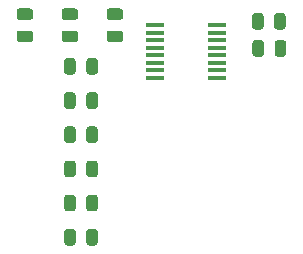
<source format=gbr>
%TF.GenerationSoftware,KiCad,Pcbnew,(5.1.6)-1*%
%TF.CreationDate,2020-07-16T10:06:32+01:00*%
%TF.ProjectId,Jag_Speedy_VRConditioner,4a61675f-5370-4656-9564-795f5652436f,rev?*%
%TF.SameCoordinates,Original*%
%TF.FileFunction,Paste,Top*%
%TF.FilePolarity,Positive*%
%FSLAX46Y46*%
G04 Gerber Fmt 4.6, Leading zero omitted, Abs format (unit mm)*
G04 Created by KiCad (PCBNEW (5.1.6)-1) date 2020-07-16 10:06:32*
%MOMM*%
%LPD*%
G01*
G04 APERTURE LIST*
%ADD10R,1.600000X0.410000*%
G04 APERTURE END LIST*
D10*
%TO.C,IC1*%
X145594700Y-84772500D03*
X145594700Y-84137500D03*
X145594700Y-83502500D03*
X145594700Y-82867500D03*
X145594700Y-82232500D03*
X145594700Y-81597500D03*
X145594700Y-80962500D03*
X145594700Y-80327500D03*
X150903300Y-80327500D03*
X150903300Y-80962500D03*
X150903300Y-81597500D03*
X150903300Y-82232500D03*
X150903300Y-82867500D03*
X150903300Y-83502500D03*
X150903300Y-84137500D03*
X150903300Y-84772500D03*
%TD*%
%TO.C,C1*%
G36*
G01*
X138886250Y-79892500D02*
X137973750Y-79892500D01*
G75*
G02*
X137730000Y-79648750I0J243750D01*
G01*
X137730000Y-79161250D01*
G75*
G02*
X137973750Y-78917500I243750J0D01*
G01*
X138886250Y-78917500D01*
G75*
G02*
X139130000Y-79161250I0J-243750D01*
G01*
X139130000Y-79648750D01*
G75*
G02*
X138886250Y-79892500I-243750J0D01*
G01*
G37*
G36*
G01*
X138886250Y-81767500D02*
X137973750Y-81767500D01*
G75*
G02*
X137730000Y-81523750I0J243750D01*
G01*
X137730000Y-81036250D01*
G75*
G02*
X137973750Y-80792500I243750J0D01*
G01*
X138886250Y-80792500D01*
G75*
G02*
X139130000Y-81036250I0J-243750D01*
G01*
X139130000Y-81523750D01*
G75*
G02*
X138886250Y-81767500I-243750J0D01*
G01*
G37*
%TD*%
%TO.C,R6*%
G36*
G01*
X138917500Y-92045750D02*
X138917500Y-92958250D01*
G75*
G02*
X138673750Y-93202000I-243750J0D01*
G01*
X138186250Y-93202000D01*
G75*
G02*
X137942500Y-92958250I0J243750D01*
G01*
X137942500Y-92045750D01*
G75*
G02*
X138186250Y-91802000I243750J0D01*
G01*
X138673750Y-91802000D01*
G75*
G02*
X138917500Y-92045750I0J-243750D01*
G01*
G37*
G36*
G01*
X140792500Y-92045750D02*
X140792500Y-92958250D01*
G75*
G02*
X140548750Y-93202000I-243750J0D01*
G01*
X140061250Y-93202000D01*
G75*
G02*
X139817500Y-92958250I0J243750D01*
G01*
X139817500Y-92045750D01*
G75*
G02*
X140061250Y-91802000I243750J0D01*
G01*
X140548750Y-91802000D01*
G75*
G02*
X140792500Y-92045750I0J-243750D01*
G01*
G37*
%TD*%
%TO.C,R2*%
G36*
G01*
X155722500Y-80466250D02*
X155722500Y-79553750D01*
G75*
G02*
X155966250Y-79310000I243750J0D01*
G01*
X156453750Y-79310000D01*
G75*
G02*
X156697500Y-79553750I0J-243750D01*
G01*
X156697500Y-80466250D01*
G75*
G02*
X156453750Y-80710000I-243750J0D01*
G01*
X155966250Y-80710000D01*
G75*
G02*
X155722500Y-80466250I0J243750D01*
G01*
G37*
G36*
G01*
X153847500Y-80466250D02*
X153847500Y-79553750D01*
G75*
G02*
X154091250Y-79310000I243750J0D01*
G01*
X154578750Y-79310000D01*
G75*
G02*
X154822500Y-79553750I0J-243750D01*
G01*
X154822500Y-80466250D01*
G75*
G02*
X154578750Y-80710000I-243750J0D01*
G01*
X154091250Y-80710000D01*
G75*
G02*
X153847500Y-80466250I0J243750D01*
G01*
G37*
%TD*%
%TO.C,C5*%
G36*
G01*
X138917500Y-83363750D02*
X138917500Y-84276250D01*
G75*
G02*
X138673750Y-84520000I-243750J0D01*
G01*
X138186250Y-84520000D01*
G75*
G02*
X137942500Y-84276250I0J243750D01*
G01*
X137942500Y-83363750D01*
G75*
G02*
X138186250Y-83120000I243750J0D01*
G01*
X138673750Y-83120000D01*
G75*
G02*
X138917500Y-83363750I0J-243750D01*
G01*
G37*
G36*
G01*
X140792500Y-83363750D02*
X140792500Y-84276250D01*
G75*
G02*
X140548750Y-84520000I-243750J0D01*
G01*
X140061250Y-84520000D01*
G75*
G02*
X139817500Y-84276250I0J243750D01*
G01*
X139817500Y-83363750D01*
G75*
G02*
X140061250Y-83120000I243750J0D01*
G01*
X140548750Y-83120000D01*
G75*
G02*
X140792500Y-83363750I0J-243750D01*
G01*
G37*
%TD*%
%TO.C,C2*%
G36*
G01*
X142696250Y-79892500D02*
X141783750Y-79892500D01*
G75*
G02*
X141540000Y-79648750I0J243750D01*
G01*
X141540000Y-79161250D01*
G75*
G02*
X141783750Y-78917500I243750J0D01*
G01*
X142696250Y-78917500D01*
G75*
G02*
X142940000Y-79161250I0J-243750D01*
G01*
X142940000Y-79648750D01*
G75*
G02*
X142696250Y-79892500I-243750J0D01*
G01*
G37*
G36*
G01*
X142696250Y-81767500D02*
X141783750Y-81767500D01*
G75*
G02*
X141540000Y-81523750I0J243750D01*
G01*
X141540000Y-81036250D01*
G75*
G02*
X141783750Y-80792500I243750J0D01*
G01*
X142696250Y-80792500D01*
G75*
G02*
X142940000Y-81036250I0J-243750D01*
G01*
X142940000Y-81523750D01*
G75*
G02*
X142696250Y-81767500I-243750J0D01*
G01*
G37*
%TD*%
%TO.C,R5*%
G36*
G01*
X138917500Y-86257750D02*
X138917500Y-87170250D01*
G75*
G02*
X138673750Y-87414000I-243750J0D01*
G01*
X138186250Y-87414000D01*
G75*
G02*
X137942500Y-87170250I0J243750D01*
G01*
X137942500Y-86257750D01*
G75*
G02*
X138186250Y-86014000I243750J0D01*
G01*
X138673750Y-86014000D01*
G75*
G02*
X138917500Y-86257750I0J-243750D01*
G01*
G37*
G36*
G01*
X140792500Y-86257750D02*
X140792500Y-87170250D01*
G75*
G02*
X140548750Y-87414000I-243750J0D01*
G01*
X140061250Y-87414000D01*
G75*
G02*
X139817500Y-87170250I0J243750D01*
G01*
X139817500Y-86257750D01*
G75*
G02*
X140061250Y-86014000I243750J0D01*
G01*
X140548750Y-86014000D01*
G75*
G02*
X140792500Y-86257750I0J-243750D01*
G01*
G37*
%TD*%
%TO.C,R4*%
G36*
G01*
X137942500Y-98746250D02*
X137942500Y-97833750D01*
G75*
G02*
X138186250Y-97590000I243750J0D01*
G01*
X138673750Y-97590000D01*
G75*
G02*
X138917500Y-97833750I0J-243750D01*
G01*
X138917500Y-98746250D01*
G75*
G02*
X138673750Y-98990000I-243750J0D01*
G01*
X138186250Y-98990000D01*
G75*
G02*
X137942500Y-98746250I0J243750D01*
G01*
G37*
G36*
G01*
X139817500Y-98746250D02*
X139817500Y-97833750D01*
G75*
G02*
X140061250Y-97590000I243750J0D01*
G01*
X140548750Y-97590000D01*
G75*
G02*
X140792500Y-97833750I0J-243750D01*
G01*
X140792500Y-98746250D01*
G75*
G02*
X140548750Y-98990000I-243750J0D01*
G01*
X140061250Y-98990000D01*
G75*
G02*
X139817500Y-98746250I0J243750D01*
G01*
G37*
%TD*%
%TO.C,R3*%
G36*
G01*
X138917500Y-94939750D02*
X138917500Y-95852250D01*
G75*
G02*
X138673750Y-96096000I-243750J0D01*
G01*
X138186250Y-96096000D01*
G75*
G02*
X137942500Y-95852250I0J243750D01*
G01*
X137942500Y-94939750D01*
G75*
G02*
X138186250Y-94696000I243750J0D01*
G01*
X138673750Y-94696000D01*
G75*
G02*
X138917500Y-94939750I0J-243750D01*
G01*
G37*
G36*
G01*
X140792500Y-94939750D02*
X140792500Y-95852250D01*
G75*
G02*
X140548750Y-96096000I-243750J0D01*
G01*
X140061250Y-96096000D01*
G75*
G02*
X139817500Y-95852250I0J243750D01*
G01*
X139817500Y-94939750D01*
G75*
G02*
X140061250Y-94696000I243750J0D01*
G01*
X140548750Y-94696000D01*
G75*
G02*
X140792500Y-94939750I0J-243750D01*
G01*
G37*
%TD*%
%TO.C,R1*%
G36*
G01*
X155760000Y-82756250D02*
X155760000Y-81843750D01*
G75*
G02*
X156003750Y-81600000I243750J0D01*
G01*
X156491250Y-81600000D01*
G75*
G02*
X156735000Y-81843750I0J-243750D01*
G01*
X156735000Y-82756250D01*
G75*
G02*
X156491250Y-83000000I-243750J0D01*
G01*
X156003750Y-83000000D01*
G75*
G02*
X155760000Y-82756250I0J243750D01*
G01*
G37*
G36*
G01*
X153885000Y-82756250D02*
X153885000Y-81843750D01*
G75*
G02*
X154128750Y-81600000I243750J0D01*
G01*
X154616250Y-81600000D01*
G75*
G02*
X154860000Y-81843750I0J-243750D01*
G01*
X154860000Y-82756250D01*
G75*
G02*
X154616250Y-83000000I-243750J0D01*
G01*
X154128750Y-83000000D01*
G75*
G02*
X153885000Y-82756250I0J243750D01*
G01*
G37*
%TD*%
%TO.C,C4*%
G36*
G01*
X135076250Y-79892500D02*
X134163750Y-79892500D01*
G75*
G02*
X133920000Y-79648750I0J243750D01*
G01*
X133920000Y-79161250D01*
G75*
G02*
X134163750Y-78917500I243750J0D01*
G01*
X135076250Y-78917500D01*
G75*
G02*
X135320000Y-79161250I0J-243750D01*
G01*
X135320000Y-79648750D01*
G75*
G02*
X135076250Y-79892500I-243750J0D01*
G01*
G37*
G36*
G01*
X135076250Y-81767500D02*
X134163750Y-81767500D01*
G75*
G02*
X133920000Y-81523750I0J243750D01*
G01*
X133920000Y-81036250D01*
G75*
G02*
X134163750Y-80792500I243750J0D01*
G01*
X135076250Y-80792500D01*
G75*
G02*
X135320000Y-81036250I0J-243750D01*
G01*
X135320000Y-81523750D01*
G75*
G02*
X135076250Y-81767500I-243750J0D01*
G01*
G37*
%TD*%
%TO.C,C3*%
G36*
G01*
X138917500Y-89151750D02*
X138917500Y-90064250D01*
G75*
G02*
X138673750Y-90308000I-243750J0D01*
G01*
X138186250Y-90308000D01*
G75*
G02*
X137942500Y-90064250I0J243750D01*
G01*
X137942500Y-89151750D01*
G75*
G02*
X138186250Y-88908000I243750J0D01*
G01*
X138673750Y-88908000D01*
G75*
G02*
X138917500Y-89151750I0J-243750D01*
G01*
G37*
G36*
G01*
X140792500Y-89151750D02*
X140792500Y-90064250D01*
G75*
G02*
X140548750Y-90308000I-243750J0D01*
G01*
X140061250Y-90308000D01*
G75*
G02*
X139817500Y-90064250I0J243750D01*
G01*
X139817500Y-89151750D01*
G75*
G02*
X140061250Y-88908000I243750J0D01*
G01*
X140548750Y-88908000D01*
G75*
G02*
X140792500Y-89151750I0J-243750D01*
G01*
G37*
%TD*%
M02*

</source>
